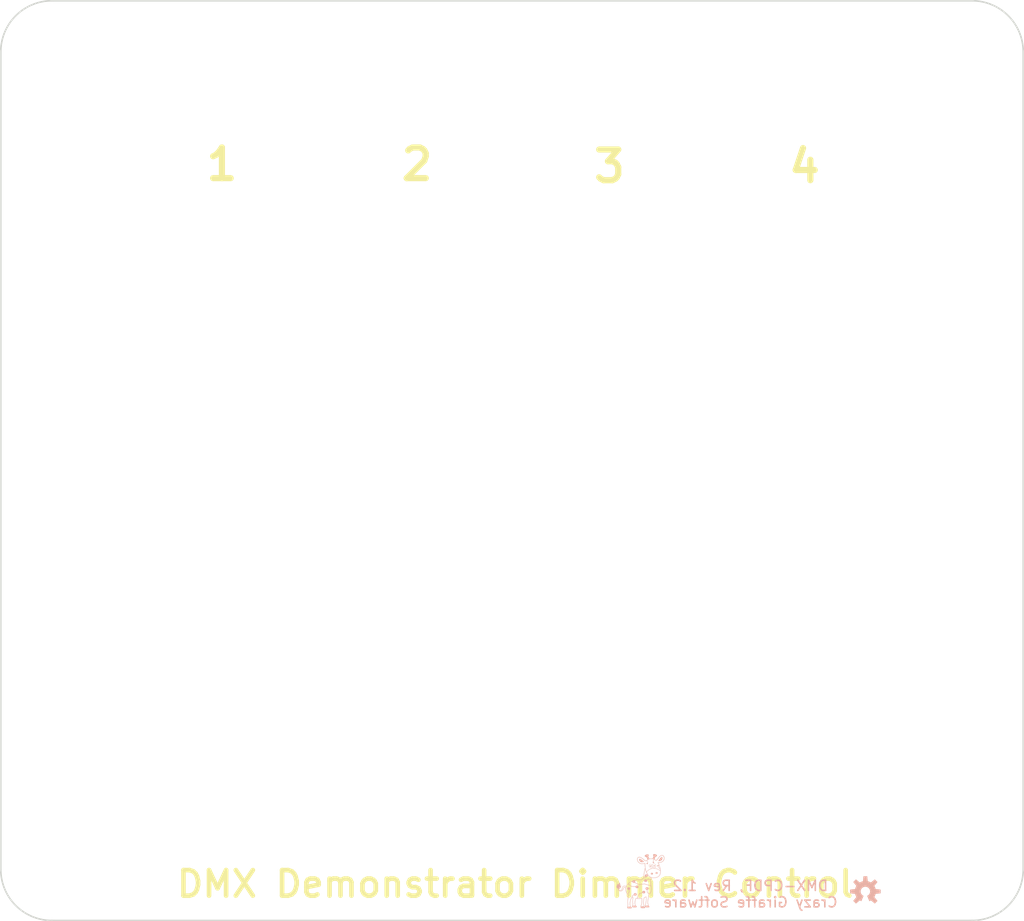
<source format=kicad_pcb>
(kicad_pcb (version 20171130) (host pcbnew "(5.0.0)")
  (title_block (title "DMX Demonstrator - Control-Pro Dimmer (DMX-CPDF)") (date 2023-02-11) (rev 1.2) (company "Crazy Giraffe Software") (comment 2 "Designed by: SparkyBobo") (comment 3 https://creativecommons.org/licenses/by-sa/4.0/) (comment 4 "Released under the Creative Commons Attribution Share-Alike 4.0m License"))
  (layers (0 F.Cu signal) (31 B.Cu signal) (34 B.Paste user hide) (35 F.Paste user hide) (36 B.SilkS user) (37 F.SilkS user) (38 B.Mask user hide) (39 F.Mask user hide) (44 Edge.Cuts user))
  (net 0 "")
  (module MountingHole:MountingHole_3.2mm_M3 (layer F.Cu) (at 165.608 100.076)
    (fp_text reference MH12 hide)
    (fp_text value MountingHole)
    (pad "" np_thru_hole oval (at 0 0) (size 2.6 60) (drill oval 2.6 60) (layers *.Cu *.Mask))
  )
  (module MountingHole:MountingHole_3.2mm_M3 (layer F.Cu) (at 146.558 100.076)
    (fp_text reference MH11 hide)
    (fp_text value MountingHole)
    (pad "" np_thru_hole oval (at 0 0) (size 2.6 60) (drill oval 2.6 60) (layers *.Cu *.Mask))
  )
  (module MountingHole:MountingHole_3.2mm_M3 (layer F.Cu) (at 128.016 100.076)
    (fp_text reference MH10 hide)
    (fp_text value MountingHole)
    (pad "" np_thru_hole oval (at 0 0) (size 2.6 60) (drill oval 2.6 60) (layers *.Cu *.Mask))
  )
  (module MountingHole:MountingHole_3.2mm_M3 (layer F.Cu) (at 108.712 100.076)
    (fp_text reference MH9 hide)
    (fp_text value MountingHole)
    (pad "" np_thru_hole oval (at 0 0) (size 2.6 60) (drill oval 2.6 60) (layers *.Cu *.Mask))
  )
  (module MountingHole:MountingHole_3.2mm_M3 (layer F.Cu) (at 165.712 58.742)
    (fp_text reference MH8 hide)
    (fp_text value MountingHole)
    (pad "" np_thru_hole circle (at 0 0) (size 5.2 5.2) (drill 5.2) (layers *.Cu *.Mask))
  )
  (module MountingHole:MountingHole_3.2mm_M3 (layer F.Cu) (at 146.634 58.742)
    (fp_text reference MH7 hide)
    (fp_text value MountingHole)
    (pad "" np_thru_hole circle (at 0 0) (size 5.2 5.2) (drill 5.2) (layers *.Cu *.Mask))
  )
  (module MountingHole:MountingHole_3.2mm_M3 (layer F.Cu) (at 127.81 58.742)
    (fp_text reference MH6 hide)
    (fp_text value MountingHole)
    (pad "" np_thru_hole circle (at 0 0) (size 5.2 5.2) (drill 5.2) (layers *.Cu *.Mask))
  )
  (module MountingHole:MountingHole_3.2mm_M3 (layer F.Cu) (at 108.732 58.742)
    (fp_text reference MH5 hide)
    (fp_text value MountingHole)
    (pad "" np_thru_hole circle (at 0 0) (size 5.2 5.2) (drill 5.2) (layers *.Cu *.Mask))
  )
  (module MountingHole:MountingHole_3.2mm_M3 (layer F.Cu) (at 179.088 130.566)
    (fp_text reference MH4 hide)
    (fp_text value MountingHole)
    (pad 1 np_thru_hole circle (at 0 0) (size 3.2 3.2) (drill 3.2) (layers *.Cu *.Mask))
  )
  (module MountingHole:MountingHole_3.2mm_M3 (layer F.Cu) (at 179.088 56.856)
    (fp_text reference MH3 hide)
    (fp_text value MountingHole)
    (pad 1 np_thru_hole circle (at 0 0) (size 3.2 3.2) (drill 3.2) (layers *.Cu *.Mask))
  )
  (module MountingHole:MountingHole_3.2mm_M3 (layer F.Cu) (at 95.382 130.566)
    (fp_text reference MH2 hide)
    (fp_text value MountingHole)
    (pad "" np_thru_hole circle (at -0.052 0) (size 3.2 3.2) (drill 3.2) (layers *.Cu *.Mask))
  )
  (module MountingHole:MountingHole_3.2mm_M3 (layer F.Cu) (at 95.482 56.856)
    (fp_text reference MH1 hide)
    (fp_text value MountingHole)
    (pad "" np_thru_hole circle (at -0.152 0) (size 3.2 3.2) (drill 3.2) (layers *.Cu *.Mask))
  )
  (module footprints:logo_cr_5x5 (layer B.Cu) (at 149.664 134.852 180)
    (fp_text reference G*** hide)
    (fp_text value LOGO hide)
  )
  (module footprints:OSHW-LOGO-S (layer B.Cu) (at 171.664 135.852 180)
    (fp_text reference "" (at 0 0 180) (layer B.SilkS) (effects (font (size 1.524 1.524)) (justify mirror)))
    (fp_text value "" (at 0 0 180) (layer B.SilkS) (effects (font (size 1.524 1.524)) (justify mirror)))
  )
  (gr_line (start 92.104 138.692) (end 182.104 138.692) (layer Edge.Cuts) (width 0.1524))
  (gr_line (start 87.104 53.692) (end 87.104 133.692) (layer Edge.Cuts) (width 0.1524))
  (gr_line (start 182.104 48.692) (end 92.104 48.692) (layer Edge.Cuts) (width 0.1524))
  (gr_line (start 187.104 133.692) (end 187.104 53.692) (layer Edge.Cuts) (width 0.1524))
  (gr_arc (start 92.104 133.692) (end 87.104 133.692) (angle -90) (layer Edge.Cuts) (width 0.1524))
  (gr_arc (start 92.104 53.692) (end 92.104 48.692) (angle -90) (layer Edge.Cuts) (width 0.1524))
  (gr_arc (start 182.104 53.692) (end 187.104 53.692) (angle -90) (layer Edge.Cuts) (width 0.1524))
  (gr_arc (start 182.104 133.692) (end 182.104 138.692) (angle -90) (layer Edge.Cuts) (width 0.1524))
  (gr_text "DMX Demonstrator Dimmer Control" (at 137.414 135.128) (layer F.SilkS) (effects (font (size 2.5 2.5) (thickness 0.45))))
  (gr_text "DMX-CPDF, Rev 1.2\nCrazy Giraffe Software" (at 160.414 136.102) (layer B.SilkS) (effects (font (size 1 1)) (justify mirror)))
  (gr_text 4 (at 165.712 64.892) (layer F.SilkS) (effects (font (size 3 3) (thickness 0.6))))
  (gr_text 3 (at 146.634 64.892) (layer F.SilkS) (effects (font (size 3 3) (thickness 0.6))))
  (gr_text 2 (at 127.81 64.692) (layer F.SilkS) (effects (font (size 3 3) (thickness 0.6))))
  (gr_text 1 (at 108.732 64.692) (layer F.SilkS) (effects (font (size 3 3) (thickness 0.6))))
)
</source>
